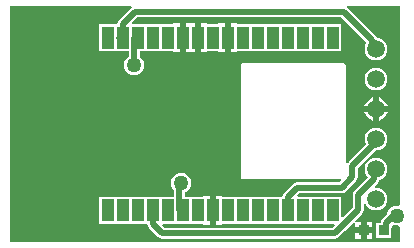
<source format=gbr>
%TF.GenerationSoftware,Altium Limited,Altium Designer,21.2.1 (34)*%
G04 Layer_Physical_Order=1*
G04 Layer_Color=255*
%FSLAX26Y26*%
%MOIN*%
%TF.SameCoordinates,A0A043E5-24E2-464B-A4FE-AC519CE3A301*%
%TF.FilePolarity,Positive*%
%TF.FileFunction,Copper,L1,Top,Signal*%
%TF.Part,Single*%
G01*
G75*
%TA.AperFunction,SMDPad,CuDef*%
%ADD10R,0.035433X0.035433*%
%ADD11R,0.042130X0.074800*%
%TA.AperFunction,Conductor*%
%ADD12C,0.019685*%
%TA.AperFunction,ComponentPad*%
%ADD13C,0.059055*%
%TA.AperFunction,ViaPad*%
%ADD14C,0.050000*%
G36*
X1377953Y204099D02*
X1372953Y199970D01*
X1368110Y200608D01*
X1359495Y199473D01*
X1351468Y196148D01*
X1344574Y190859D01*
X1339285Y183965D01*
X1335960Y175938D01*
X1335150Y169791D01*
X1319993Y154634D01*
X1316050Y148732D01*
X1315074Y143827D01*
X1299267D01*
Y92394D01*
X1350700D01*
Y124226D01*
X1351049Y125984D01*
X1351049Y125985D01*
Y133975D01*
X1354867Y137089D01*
X1359495Y135172D01*
X1368110Y134038D01*
X1372953Y134676D01*
X1377953Y130547D01*
Y78740D01*
X78740D01*
Y866142D01*
X484173D01*
X485690Y861142D01*
X482965Y859321D01*
X441930Y818285D01*
X437986Y812383D01*
X436722Y806031D01*
X375463D01*
Y715231D01*
X475509D01*
Y698127D01*
X475484Y698117D01*
X468590Y692827D01*
X463300Y685934D01*
X459975Y677906D01*
X458841Y669291D01*
X459975Y660677D01*
X463300Y652649D01*
X468590Y645755D01*
X475484Y640466D01*
X483511Y637141D01*
X492126Y636006D01*
X500741Y637141D01*
X508768Y640466D01*
X515662Y645755D01*
X520952Y652649D01*
X524277Y660677D01*
X525411Y669291D01*
X524277Y677906D01*
X520952Y685934D01*
X515662Y692827D01*
X511893Y695719D01*
Y715231D01*
X623463D01*
Y713231D01*
X644528D01*
Y760631D01*
Y808031D01*
X623463D01*
Y806031D01*
X487663D01*
X485750Y810650D01*
X503364Y828265D01*
X1183409D01*
X1267427Y744247D01*
X1267678Y742989D01*
X1266432Y741366D01*
X1262651Y732237D01*
X1261361Y722441D01*
X1262651Y712644D01*
X1266432Y703515D01*
X1272448Y695676D01*
X1280287Y689661D01*
X1289416Y685879D01*
X1299213Y684590D01*
X1309009Y685879D01*
X1318138Y689661D01*
X1325977Y695676D01*
X1331993Y703515D01*
X1335774Y712644D01*
X1337064Y722441D01*
X1335774Y732237D01*
X1331993Y741366D01*
X1325977Y749206D01*
X1318138Y755221D01*
X1309009Y759002D01*
X1301382Y760007D01*
X1297877Y765252D01*
X1203809Y859321D01*
X1201083Y861142D01*
X1202600Y866142D01*
X1377953D01*
Y204099D01*
D02*
G37*
%LPC*%
G36*
X794528Y808031D02*
X773463D01*
Y806031D01*
X735593D01*
Y808031D01*
X714528D01*
Y760631D01*
Y713231D01*
X735593D01*
Y715231D01*
X773463D01*
Y713231D01*
X794528D01*
Y760631D01*
Y808031D01*
D02*
G37*
G36*
X835593D02*
X814528D01*
Y760631D01*
Y713231D01*
X835593D01*
Y715231D01*
X1183593D01*
Y806031D01*
X835593D01*
Y808031D01*
D02*
G37*
G36*
X694528D02*
X664528D01*
Y760631D01*
Y713231D01*
X694528D01*
Y760631D01*
Y808031D01*
D02*
G37*
G36*
X1299213Y660292D02*
X1289416Y659002D01*
X1280287Y655221D01*
X1272448Y649206D01*
X1266432Y641366D01*
X1262651Y632237D01*
X1261361Y622441D01*
X1262651Y612644D01*
X1266432Y603515D01*
X1272448Y595676D01*
X1280287Y589661D01*
X1289416Y585879D01*
X1299213Y584590D01*
X1309009Y585879D01*
X1318138Y589661D01*
X1325977Y595676D01*
X1331993Y603515D01*
X1335774Y612644D01*
X1337064Y622441D01*
X1335774Y632237D01*
X1331993Y641366D01*
X1325977Y649206D01*
X1318138Y655221D01*
X1309009Y659002D01*
X1299213Y660292D01*
D02*
G37*
G36*
X1309213Y560993D02*
Y532441D01*
X1337765D01*
X1337723Y532760D01*
X1333740Y542375D01*
X1327404Y550632D01*
X1319147Y556968D01*
X1309531Y560951D01*
X1309213Y560993D01*
D02*
G37*
G36*
X1289213D02*
X1288894Y560951D01*
X1279278Y556968D01*
X1271021Y550632D01*
X1264685Y542375D01*
X1260703Y532760D01*
X1260660Y532441D01*
X1289213D01*
Y560993D01*
D02*
G37*
G36*
X1337765Y512441D02*
X1309213D01*
Y483889D01*
X1309531Y483931D01*
X1319147Y487914D01*
X1327404Y494250D01*
X1333740Y502507D01*
X1337723Y512122D01*
X1337765Y512441D01*
D02*
G37*
G36*
X1289213D02*
X1260660D01*
X1260703Y512122D01*
X1264685Y502507D01*
X1271021Y494250D01*
X1279278Y487914D01*
X1288894Y483931D01*
X1289213Y483889D01*
Y512441D01*
D02*
G37*
G36*
X1190945Y675480D02*
X856299D01*
X853178Y674859D01*
X850532Y673091D01*
X848763Y670444D01*
X848143Y667323D01*
Y297244D01*
X848763Y294123D01*
X850532Y291476D01*
X853178Y289708D01*
X856299Y289087D01*
X1182024D01*
X1183937Y284468D01*
X1178093Y278624D01*
X1036184D01*
X1036184Y278624D01*
X1029222Y277239D01*
X1023320Y273296D01*
X1023320Y273295D01*
X991929Y241905D01*
X987986Y236003D01*
X986722Y229651D01*
X785593D01*
Y231651D01*
X764528D01*
Y184251D01*
Y136851D01*
X785593D01*
Y138851D01*
X1159924D01*
X1161838Y134232D01*
X1154066Y126460D01*
X593521D01*
X585750Y134232D01*
X587663Y138851D01*
X723463D01*
Y136851D01*
X744528D01*
Y184251D01*
Y231651D01*
X723463D01*
Y229651D01*
X661893D01*
Y244961D01*
X666249Y246765D01*
X673142Y252055D01*
X678432Y258948D01*
X681757Y266976D01*
X682891Y275591D01*
X681757Y284205D01*
X678432Y292233D01*
X673142Y299127D01*
X666249Y304416D01*
X658221Y307741D01*
X649606Y308875D01*
X640992Y307741D01*
X632964Y304416D01*
X626070Y299127D01*
X620781Y292233D01*
X617456Y284205D01*
X616322Y275591D01*
X617456Y266976D01*
X620781Y258948D01*
X625509Y252787D01*
Y229651D01*
X375463D01*
Y138851D01*
X536722D01*
X537986Y132499D01*
X541929Y126597D01*
X573122Y95404D01*
X573122Y95404D01*
X579024Y91460D01*
X585986Y90076D01*
X1161601D01*
X1161601Y90076D01*
X1168563Y91460D01*
X1174465Y95404D01*
X1193915Y114854D01*
X1195847Y116145D01*
X1206299Y126596D01*
X1206299Y126597D01*
X1207589Y128528D01*
X1225655Y146594D01*
X1226060Y146387D01*
X1226060Y146387D01*
X1230337Y144205D01*
X1230337Y141499D01*
Y128110D01*
X1248054D01*
Y145827D01*
X1235026D01*
X1231959Y145827D01*
X1229570Y150509D01*
X1253021Y173960D01*
X1253021Y173960D01*
X1256965Y179862D01*
X1258350Y186824D01*
X1258350Y186824D01*
Y209963D01*
X1263350Y210958D01*
X1266432Y203515D01*
X1272448Y195676D01*
X1280287Y189661D01*
X1289416Y185879D01*
X1299213Y184590D01*
X1309009Y185879D01*
X1318138Y189661D01*
X1325977Y195676D01*
X1331993Y203515D01*
X1335774Y212644D01*
X1337064Y222441D01*
X1335774Y232238D01*
X1331993Y241367D01*
X1325977Y249206D01*
X1318138Y255221D01*
X1309009Y259002D01*
X1299213Y260292D01*
X1296697Y259961D01*
X1294361Y264697D01*
X1304543Y274878D01*
X1304543Y274879D01*
X1308487Y280781D01*
X1309545Y286101D01*
X1318138Y289661D01*
X1325977Y295676D01*
X1331993Y303515D01*
X1335774Y312644D01*
X1337064Y322441D01*
X1335774Y332238D01*
X1331993Y341366D01*
X1325977Y349206D01*
X1318138Y355221D01*
X1309009Y359002D01*
X1299213Y360292D01*
X1289416Y359002D01*
X1280287Y355221D01*
X1272448Y349206D01*
X1266432Y341366D01*
X1262651Y332238D01*
X1261361Y322441D01*
X1262651Y312644D01*
X1266432Y303515D01*
X1272448Y295676D01*
X1272536Y294327D01*
X1227294Y249084D01*
X1223350Y243182D01*
X1221965Y236220D01*
X1221965Y236220D01*
Y194359D01*
X1188212Y160606D01*
X1183593Y162519D01*
Y229651D01*
X1037663D01*
X1035750Y234270D01*
X1043719Y242240D01*
X1185628D01*
X1185629Y242240D01*
X1192591Y243625D01*
X1198493Y247568D01*
X1233336Y282412D01*
X1233336Y282412D01*
X1237280Y288314D01*
X1238665Y295276D01*
Y325512D01*
X1297913Y384761D01*
X1299213Y384590D01*
X1309009Y385879D01*
X1318138Y389661D01*
X1325977Y395676D01*
X1331993Y403515D01*
X1335774Y412644D01*
X1337064Y422441D01*
X1335774Y432238D01*
X1331993Y441366D01*
X1325977Y449206D01*
X1318138Y455221D01*
X1309009Y459002D01*
X1299213Y460292D01*
X1289416Y459002D01*
X1280287Y455221D01*
X1272448Y449206D01*
X1266432Y441366D01*
X1262651Y432238D01*
X1261361Y422441D01*
X1262651Y412644D01*
X1266075Y404378D01*
X1207609Y345911D01*
X1204102Y340662D01*
X1201527Y340705D01*
X1199102Y341494D01*
Y667323D01*
X1198481Y670444D01*
X1196713Y673091D01*
X1194066Y674859D01*
X1190945Y675480D01*
D02*
G37*
G36*
X1268054Y145827D02*
Y128110D01*
X1285770D01*
Y145827D01*
X1268054D01*
D02*
G37*
G36*
X1285770Y108110D02*
X1268054D01*
Y90394D01*
X1285770D01*
Y108110D01*
D02*
G37*
G36*
X1248054D02*
X1230337D01*
Y90394D01*
X1248054D01*
Y108110D01*
D02*
G37*
%LPD*%
D10*
X1258054Y118110D02*
D03*
X1324983D02*
D03*
D11*
X804528Y184251D02*
D03*
X754528D02*
D03*
X704528D02*
D03*
X654528D02*
D03*
X604528D02*
D03*
X554528D02*
D03*
X404528Y760631D02*
D03*
X454528D02*
D03*
X504528D02*
D03*
Y184251D02*
D03*
X554528Y760631D02*
D03*
X604528D02*
D03*
X654528D02*
D03*
X704528D02*
D03*
X754528D02*
D03*
X804528D02*
D03*
X854528D02*
D03*
X904528D02*
D03*
X954528D02*
D03*
X1004528D02*
D03*
X454528Y184251D02*
D03*
X1054528Y760631D02*
D03*
X1104528D02*
D03*
X1154528D02*
D03*
Y184251D02*
D03*
X1104528D02*
D03*
X1054528D02*
D03*
X1004528D02*
D03*
X954528D02*
D03*
X904528D02*
D03*
X854528D02*
D03*
X404528D02*
D03*
D12*
X1185629Y260432D02*
X1220472Y295276D01*
X1036184Y260432D02*
X1185629D01*
X1220472Y295276D02*
Y333047D01*
X1299213Y411787D01*
X1332857Y125984D02*
Y141770D01*
X1324983Y118110D02*
X1332857Y125984D01*
Y141770D02*
X1352610Y161522D01*
X1362310D01*
X1368110Y167323D01*
X1291679Y314908D02*
X1299213Y322441D01*
X1240158Y236220D02*
X1291679Y287743D01*
Y314908D01*
X1240158Y186824D02*
Y236220D01*
X1193435Y140101D02*
X1240158Y186824D01*
X1299213Y411787D02*
Y422441D01*
X1182983Y129008D02*
X1193435Y139460D01*
X1182342Y129008D02*
X1182983D01*
X1193435Y139460D02*
Y140101D01*
X585986Y108268D02*
X1161601D01*
X1182342Y129008D01*
X643701Y261482D02*
X649606Y267387D01*
X448819Y760631D02*
X454793Y766605D01*
X643701Y184251D02*
X644916Y185466D01*
X492126Y669291D02*
X493701Y670866D01*
X649606Y267387D02*
Y275591D01*
X493701Y670866D02*
Y760631D01*
X643701Y184251D02*
Y261482D01*
X554793Y139460D02*
X585986Y108268D01*
X554793Y139460D02*
Y173159D01*
X1004793Y229042D02*
X1036184Y260432D01*
X1004793Y195344D02*
Y229042D01*
X1190945Y846457D02*
X1285014Y752388D01*
X1299213Y722441D02*
Y733094D01*
X1285014Y747293D02*
X1299213Y733094D01*
X1285014Y747293D02*
Y752388D01*
X495828Y846457D02*
X1190945D01*
X443701Y760631D02*
X454793Y771723D01*
Y805422D01*
X495828Y846457D01*
D13*
X1299213Y222441D02*
D03*
Y322441D02*
D03*
Y422441D02*
D03*
Y522441D02*
D03*
Y622441D02*
D03*
Y722441D02*
D03*
D14*
X1368110Y167323D02*
D03*
X649606Y275591D02*
D03*
X492126Y669291D02*
D03*
%TF.MD5,b70ccfc71279605f1adc64bff6a2c786*%
M02*

</source>
